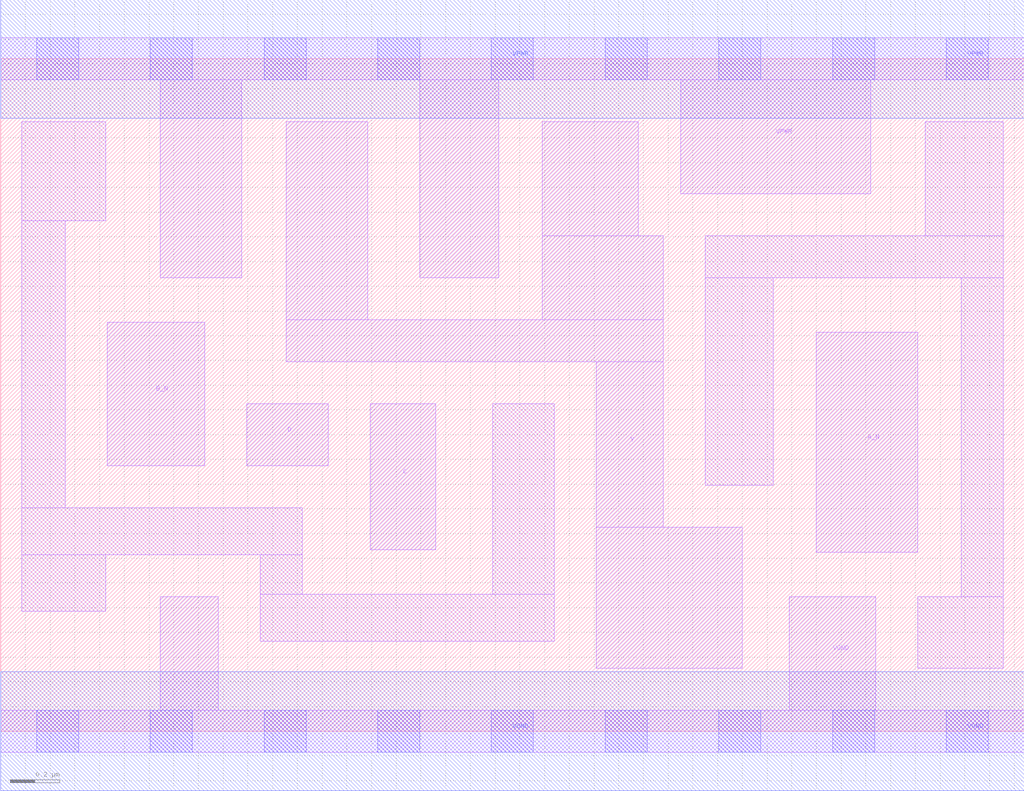
<source format=lef>
# Copyright 2020 The SkyWater PDK Authors
#
# Licensed under the Apache License, Version 2.0 (the "License");
# you may not use this file except in compliance with the License.
# You may obtain a copy of the License at
#
#     https://www.apache.org/licenses/LICENSE-2.0
#
# Unless required by applicable law or agreed to in writing, software
# distributed under the License is distributed on an "AS IS" BASIS,
# WITHOUT WARRANTIES OR CONDITIONS OF ANY KIND, either express or implied.
# See the License for the specific language governing permissions and
# limitations under the License.
#
# SPDX-License-Identifier: Apache-2.0

VERSION 5.7 ;
  NAMESCASESENSITIVE ON ;
  NOWIREEXTENSIONATPIN ON ;
  DIVIDERCHAR "/" ;
  BUSBITCHARS "[]" ;
UNITS
  DATABASE MICRONS 200 ;
END UNITS
PROPERTYDEFINITIONS
  MACRO maskLayoutSubType STRING ;
  MACRO prCellType STRING ;
  MACRO originalViewName STRING ;
END PROPERTYDEFINITIONS
MACRO sky130_fd_sc_hdll__nand4bb_1
  CLASS CORE ;
  FOREIGN sky130_fd_sc_hdll__nand4bb_1 ;
  ORIGIN  0.000000  0.000000 ;
  SIZE  4.140000 BY  2.720000 ;
  SYMMETRY X Y R90 ;
  SITE unithd ;
  PIN A_N
    ANTENNAGATEAREA  0.138600 ;
    DIRECTION INPUT ;
    USE SIGNAL ;
    PORT
      LAYER li1 ;
        RECT 3.300000 0.725000 3.710000 1.615000 ;
    END
  END A_N
  PIN B_N
    ANTENNAGATEAREA  0.138600 ;
    DIRECTION INPUT ;
    USE SIGNAL ;
    PORT
      LAYER li1 ;
        RECT 0.430000 1.075000 0.825000 1.655000 ;
    END
  END B_N
  PIN C
    ANTENNAGATEAREA  0.277500 ;
    DIRECTION INPUT ;
    USE SIGNAL ;
    PORT
      LAYER li1 ;
        RECT 1.495000 0.735000 1.760000 1.325000 ;
    END
  END C
  PIN D
    ANTENNAGATEAREA  0.277500 ;
    DIRECTION INPUT ;
    USE SIGNAL ;
    PORT
      LAYER li1 ;
        RECT 0.995000 1.075000 1.325000 1.325000 ;
    END
  END D
  PIN VGND
    ANTENNADIFFAREA  0.337200 ;
    DIRECTION INOUT ;
    USE SIGNAL ;
    PORT
      LAYER li1 ;
        RECT 0.000000 -0.085000 4.140000 0.085000 ;
        RECT 0.645000  0.085000 0.880000 0.545000 ;
        RECT 3.190000  0.085000 3.540000 0.545000 ;
      LAYER mcon ;
        RECT 0.145000 -0.085000 0.315000 0.085000 ;
        RECT 0.605000 -0.085000 0.775000 0.085000 ;
        RECT 1.065000 -0.085000 1.235000 0.085000 ;
        RECT 1.525000 -0.085000 1.695000 0.085000 ;
        RECT 1.985000 -0.085000 2.155000 0.085000 ;
        RECT 2.445000 -0.085000 2.615000 0.085000 ;
        RECT 2.905000 -0.085000 3.075000 0.085000 ;
        RECT 3.365000 -0.085000 3.535000 0.085000 ;
        RECT 3.825000 -0.085000 3.995000 0.085000 ;
      LAYER met1 ;
        RECT 0.000000 -0.240000 4.140000 0.240000 ;
    END
  END VGND
  PIN VPWR
    ANTENNADIFFAREA  1.132500 ;
    DIRECTION INOUT ;
    USE SIGNAL ;
    PORT
      LAYER li1 ;
        RECT 0.000000 2.635000 4.140000 2.805000 ;
        RECT 0.645000 1.835000 0.975000 2.635000 ;
        RECT 1.695000 1.835000 2.015000 2.635000 ;
        RECT 2.750000 2.175000 3.520000 2.635000 ;
      LAYER mcon ;
        RECT 0.145000 2.635000 0.315000 2.805000 ;
        RECT 0.605000 2.635000 0.775000 2.805000 ;
        RECT 1.065000 2.635000 1.235000 2.805000 ;
        RECT 1.525000 2.635000 1.695000 2.805000 ;
        RECT 1.985000 2.635000 2.155000 2.805000 ;
        RECT 2.445000 2.635000 2.615000 2.805000 ;
        RECT 2.905000 2.635000 3.075000 2.805000 ;
        RECT 3.365000 2.635000 3.535000 2.805000 ;
        RECT 3.825000 2.635000 3.995000 2.805000 ;
      LAYER met1 ;
        RECT 0.000000 2.480000 4.140000 2.960000 ;
    END
  END VPWR
  PIN Y
    ANTENNADIFFAREA  0.901500 ;
    DIRECTION OUTPUT ;
    USE SIGNAL ;
    PORT
      LAYER li1 ;
        RECT 1.155000 1.495000 2.680000 1.665000 ;
        RECT 1.155000 1.665000 1.485000 2.465000 ;
        RECT 2.190000 1.665000 2.680000 2.005000 ;
        RECT 2.190000 2.005000 2.580000 2.465000 ;
        RECT 2.410000 0.255000 3.000000 0.825000 ;
        RECT 2.410000 0.825000 2.680000 1.495000 ;
    END
  END Y
  OBS
    LAYER li1 ;
      RECT 0.085000 0.485000 0.425000 0.715000 ;
      RECT 0.085000 0.715000 1.220000 0.905000 ;
      RECT 0.085000 0.905000 0.260000 2.065000 ;
      RECT 0.085000 2.065000 0.425000 2.465000 ;
      RECT 1.050000 0.365000 2.240000 0.555000 ;
      RECT 1.050000 0.555000 1.220000 0.715000 ;
      RECT 1.990000 0.555000 2.240000 1.325000 ;
      RECT 2.850000 0.995000 3.125000 1.835000 ;
      RECT 2.850000 1.835000 4.055000 2.005000 ;
      RECT 3.710000 0.255000 4.055000 0.545000 ;
      RECT 3.740000 2.005000 4.055000 2.465000 ;
      RECT 3.885000 0.545000 4.055000 1.835000 ;
  END
  PROPERTY maskLayoutSubType "abstract" ;
  PROPERTY prCellType "standard" ;
  PROPERTY originalViewName "layout" ;
END sky130_fd_sc_hdll__nand4bb_1

</source>
